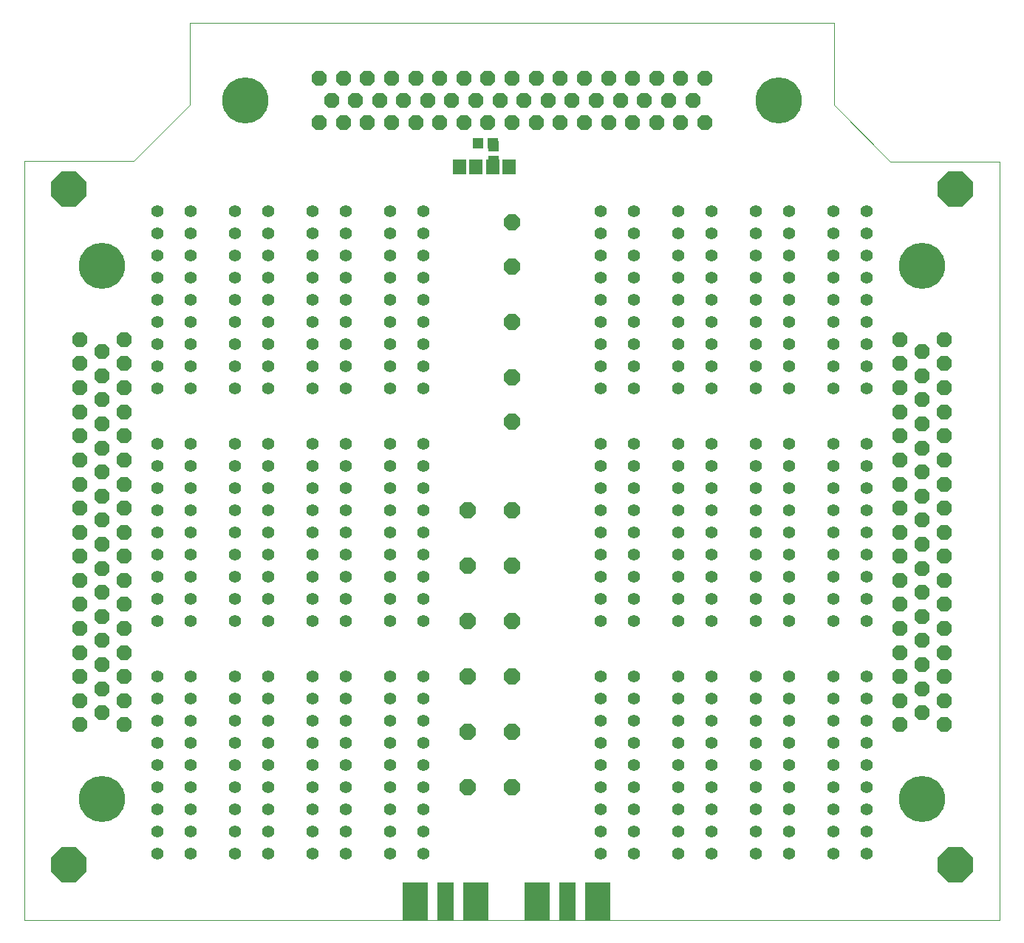
<source format=gbs>
G75*
%MOIN*%
%OFA0B0*%
%FSLAX24Y24*%
%IPPOS*%
%LPD*%
%AMOC8*
5,1,8,0,0,1.08239X$1,22.5*
%
%ADD10C,0.0000*%
%ADD11C,0.0556*%
%ADD12OC8,0.0680*%
%ADD13C,0.2080*%
%ADD14R,0.0780X0.1730*%
%ADD15R,0.1130X0.1730*%
%ADD16OC8,0.0730*%
%ADD17R,0.0592X0.0671*%
%ADD18OC8,0.0710*%
%ADD19R,0.0513X0.0474*%
%ADD20R,0.0474X0.0513*%
%ADD21OC8,0.1582*%
D10*
X004180Y003851D02*
X004180Y038101D01*
X009105Y038101D01*
X011655Y040651D01*
X011655Y044351D01*
X040705Y044351D01*
X040705Y040626D01*
X043255Y038076D01*
X048180Y038076D01*
X048180Y003851D01*
X004180Y003851D01*
X020980Y003851D02*
X025380Y003851D01*
X026480Y003851D02*
X030880Y003851D01*
D11*
X030180Y006851D03*
X030180Y007851D03*
X030180Y008851D03*
X030180Y009851D03*
X030180Y010851D03*
X030180Y011851D03*
X030180Y012851D03*
X030180Y013851D03*
X030180Y014851D03*
X031680Y014851D03*
X031680Y013851D03*
X031680Y012851D03*
X031680Y011851D03*
X031680Y010851D03*
X031680Y009851D03*
X031680Y008851D03*
X031680Y007851D03*
X031680Y006851D03*
X033680Y006851D03*
X033680Y007851D03*
X033680Y008851D03*
X033680Y009851D03*
X033680Y010851D03*
X033680Y011851D03*
X033680Y012851D03*
X033680Y013851D03*
X033680Y014851D03*
X035180Y014851D03*
X035180Y013851D03*
X035180Y012851D03*
X035180Y011851D03*
X035180Y010851D03*
X035180Y009851D03*
X035180Y008851D03*
X035180Y007851D03*
X035180Y006851D03*
X037180Y006851D03*
X037180Y007851D03*
X037180Y008851D03*
X037180Y009851D03*
X037180Y010851D03*
X037180Y011851D03*
X037180Y012851D03*
X037180Y013851D03*
X037180Y014851D03*
X038680Y014851D03*
X038680Y013851D03*
X038680Y012851D03*
X038680Y011851D03*
X038680Y010851D03*
X038680Y009851D03*
X038680Y008851D03*
X038680Y007851D03*
X038680Y006851D03*
X040680Y006851D03*
X040680Y007851D03*
X040680Y008851D03*
X040680Y009851D03*
X040680Y010851D03*
X040680Y011851D03*
X040680Y012851D03*
X040680Y013851D03*
X040680Y014851D03*
X042180Y014851D03*
X042180Y013851D03*
X042180Y012851D03*
X042180Y011851D03*
X042180Y010851D03*
X042180Y009851D03*
X042180Y008851D03*
X042180Y007851D03*
X042180Y006851D03*
X042180Y017351D03*
X042180Y018351D03*
X042180Y019351D03*
X042180Y020351D03*
X042180Y021351D03*
X042180Y022351D03*
X042180Y023351D03*
X042180Y024351D03*
X042180Y025351D03*
X040680Y025351D03*
X040680Y024351D03*
X040680Y023351D03*
X040680Y022351D03*
X040680Y021351D03*
X040680Y020351D03*
X040680Y019351D03*
X040680Y018351D03*
X040680Y017351D03*
X038680Y017351D03*
X038680Y018351D03*
X038680Y019351D03*
X038680Y020351D03*
X038680Y021351D03*
X037180Y021351D03*
X037180Y020351D03*
X037180Y019351D03*
X037180Y018351D03*
X037180Y017351D03*
X035180Y017351D03*
X035180Y018351D03*
X035180Y019351D03*
X035180Y020351D03*
X035180Y021351D03*
X035180Y022351D03*
X035180Y023351D03*
X035180Y024351D03*
X035180Y025351D03*
X033680Y025351D03*
X033680Y024351D03*
X033680Y023351D03*
X033680Y022351D03*
X033680Y021351D03*
X033680Y020351D03*
X033680Y019351D03*
X033680Y018351D03*
X033680Y017351D03*
X031680Y017351D03*
X031680Y018351D03*
X031680Y019351D03*
X031680Y020351D03*
X031680Y021351D03*
X031680Y022351D03*
X031680Y023351D03*
X031680Y024351D03*
X031680Y025351D03*
X030180Y025351D03*
X030180Y024351D03*
X030180Y023351D03*
X030180Y022351D03*
X030180Y021351D03*
X030180Y020351D03*
X030180Y019351D03*
X030180Y018351D03*
X030180Y017351D03*
X037180Y022351D03*
X037180Y023351D03*
X037180Y024351D03*
X037180Y025351D03*
X038680Y025351D03*
X038680Y024351D03*
X038680Y023351D03*
X038680Y022351D03*
X038680Y027851D03*
X038680Y028851D03*
X038680Y029851D03*
X038680Y030851D03*
X038680Y031851D03*
X038680Y032851D03*
X038680Y033851D03*
X038680Y034851D03*
X038680Y035851D03*
X037180Y035851D03*
X037180Y034851D03*
X037180Y033851D03*
X037180Y032851D03*
X037180Y031851D03*
X037180Y030851D03*
X037180Y029851D03*
X037180Y028851D03*
X037180Y027851D03*
X035180Y027851D03*
X035180Y028851D03*
X035180Y029851D03*
X035180Y030851D03*
X035180Y031851D03*
X035180Y032851D03*
X035180Y033851D03*
X035180Y034851D03*
X035180Y035851D03*
X033680Y035851D03*
X033680Y034851D03*
X033680Y033851D03*
X033680Y032851D03*
X033680Y031851D03*
X033680Y030851D03*
X033680Y029851D03*
X033680Y028851D03*
X033680Y027851D03*
X031680Y027851D03*
X031680Y028851D03*
X031680Y029851D03*
X031680Y030851D03*
X031680Y031851D03*
X031680Y032851D03*
X031680Y033851D03*
X031680Y034851D03*
X031680Y035851D03*
X030180Y035851D03*
X030180Y034851D03*
X030180Y033851D03*
X030180Y032851D03*
X030180Y031851D03*
X030180Y030851D03*
X030180Y029851D03*
X030180Y028851D03*
X030180Y027851D03*
X022180Y027851D03*
X022180Y028851D03*
X022180Y029851D03*
X022180Y030851D03*
X022180Y031851D03*
X022180Y032851D03*
X022180Y033851D03*
X022180Y034851D03*
X022180Y035851D03*
X020680Y035851D03*
X020680Y034851D03*
X020680Y033851D03*
X020680Y032851D03*
X020680Y031851D03*
X020680Y030851D03*
X020680Y029851D03*
X020680Y028851D03*
X020680Y027851D03*
X018680Y027851D03*
X018680Y028851D03*
X018680Y029851D03*
X018680Y030851D03*
X018680Y031851D03*
X018680Y032851D03*
X018680Y033851D03*
X018680Y034851D03*
X018680Y035851D03*
X017180Y035851D03*
X017180Y034851D03*
X017180Y033851D03*
X017180Y032851D03*
X017180Y031851D03*
X017180Y030851D03*
X017180Y029851D03*
X017180Y028851D03*
X017180Y027851D03*
X015180Y027851D03*
X015180Y028851D03*
X015180Y029851D03*
X015180Y030851D03*
X015180Y031851D03*
X015180Y032851D03*
X015180Y033851D03*
X015180Y034851D03*
X015180Y035851D03*
X013680Y035851D03*
X013680Y034851D03*
X013680Y033851D03*
X013680Y032851D03*
X013680Y031851D03*
X013680Y030851D03*
X013680Y029851D03*
X013680Y028851D03*
X013680Y027851D03*
X011680Y027851D03*
X011680Y028851D03*
X011680Y029851D03*
X011680Y030851D03*
X011680Y031851D03*
X011680Y032851D03*
X011680Y033851D03*
X011680Y034851D03*
X011680Y035851D03*
X010180Y035851D03*
X010180Y034851D03*
X010180Y033851D03*
X010180Y032851D03*
X010180Y031851D03*
X010180Y030851D03*
X010180Y029851D03*
X010180Y028851D03*
X010180Y027851D03*
X010180Y025351D03*
X010180Y024351D03*
X010180Y023351D03*
X010180Y022351D03*
X010180Y021351D03*
X010180Y020351D03*
X010180Y019351D03*
X010180Y018351D03*
X010180Y017351D03*
X011680Y017351D03*
X011680Y018351D03*
X011680Y019351D03*
X011680Y020351D03*
X011680Y021351D03*
X011680Y022351D03*
X011680Y023351D03*
X011680Y024351D03*
X011680Y025351D03*
X013680Y025351D03*
X013680Y024351D03*
X013680Y023351D03*
X013680Y022351D03*
X015180Y022351D03*
X015180Y023351D03*
X015180Y024351D03*
X015180Y025351D03*
X017180Y025351D03*
X017180Y024351D03*
X017180Y023351D03*
X017180Y022351D03*
X017180Y021351D03*
X017180Y020351D03*
X017180Y019351D03*
X017180Y018351D03*
X017180Y017351D03*
X018680Y017351D03*
X018680Y018351D03*
X018680Y019351D03*
X018680Y020351D03*
X018680Y021351D03*
X018680Y022351D03*
X018680Y023351D03*
X018680Y024351D03*
X018680Y025351D03*
X020680Y025351D03*
X020680Y024351D03*
X020680Y023351D03*
X020680Y022351D03*
X020680Y021351D03*
X020680Y020351D03*
X020680Y019351D03*
X020680Y018351D03*
X020680Y017351D03*
X022180Y017351D03*
X022180Y018351D03*
X022180Y019351D03*
X022180Y020351D03*
X022180Y021351D03*
X022180Y022351D03*
X022180Y023351D03*
X022180Y024351D03*
X022180Y025351D03*
X015180Y021351D03*
X015180Y020351D03*
X015180Y019351D03*
X015180Y018351D03*
X015180Y017351D03*
X013680Y017351D03*
X013680Y018351D03*
X013680Y019351D03*
X013680Y020351D03*
X013680Y021351D03*
X013680Y014851D03*
X013680Y013851D03*
X013680Y012851D03*
X013680Y011851D03*
X013680Y010851D03*
X013680Y009851D03*
X013680Y008851D03*
X013680Y007851D03*
X013680Y006851D03*
X015180Y006851D03*
X015180Y007851D03*
X015180Y008851D03*
X015180Y009851D03*
X015180Y010851D03*
X015180Y011851D03*
X015180Y012851D03*
X015180Y013851D03*
X015180Y014851D03*
X017180Y014851D03*
X017180Y013851D03*
X017180Y012851D03*
X017180Y011851D03*
X017180Y010851D03*
X017180Y009851D03*
X017180Y008851D03*
X017180Y007851D03*
X017180Y006851D03*
X018680Y006851D03*
X018680Y007851D03*
X018680Y008851D03*
X018680Y009851D03*
X018680Y010851D03*
X018680Y011851D03*
X018680Y012851D03*
X018680Y013851D03*
X018680Y014851D03*
X020680Y014851D03*
X020680Y013851D03*
X020680Y012851D03*
X020680Y011851D03*
X020680Y010851D03*
X020680Y009851D03*
X020680Y008851D03*
X020680Y007851D03*
X020680Y006851D03*
X022180Y006851D03*
X022180Y007851D03*
X022180Y008851D03*
X022180Y009851D03*
X022180Y010851D03*
X022180Y011851D03*
X022180Y012851D03*
X022180Y013851D03*
X022180Y014851D03*
X011680Y014851D03*
X011680Y013851D03*
X011680Y012851D03*
X011680Y011851D03*
X011680Y010851D03*
X011680Y009851D03*
X011680Y008851D03*
X011680Y007851D03*
X011680Y006851D03*
X010180Y006851D03*
X010180Y007851D03*
X010180Y008851D03*
X010180Y009851D03*
X010180Y010851D03*
X010180Y011851D03*
X010180Y012851D03*
X010180Y013851D03*
X010180Y014851D03*
X040680Y027851D03*
X040680Y028851D03*
X040680Y029851D03*
X040680Y030851D03*
X040680Y031851D03*
X040680Y032851D03*
X040680Y033851D03*
X040680Y034851D03*
X040680Y035851D03*
X042180Y035851D03*
X042180Y034851D03*
X042180Y033851D03*
X042180Y032851D03*
X042180Y031851D03*
X042180Y030851D03*
X042180Y029851D03*
X042180Y028851D03*
X042180Y027851D03*
D12*
X043680Y027871D03*
X043680Y028961D03*
X043680Y030041D03*
X044680Y029501D03*
X044680Y028411D03*
X044680Y027331D03*
X044680Y026241D03*
X043680Y026781D03*
X043680Y025701D03*
X043680Y024611D03*
X043680Y023521D03*
X043680Y022441D03*
X044680Y022981D03*
X044680Y024061D03*
X044680Y025151D03*
X045680Y024611D03*
X045680Y025701D03*
X045680Y026781D03*
X045680Y027871D03*
X045680Y028961D03*
X045680Y030041D03*
X045680Y023521D03*
X045680Y022441D03*
X044680Y021891D03*
X043680Y021351D03*
X043680Y020261D03*
X043680Y019181D03*
X043680Y018091D03*
X043680Y017001D03*
X044680Y017541D03*
X044680Y018631D03*
X044680Y019721D03*
X044680Y020801D03*
X045680Y020261D03*
X045680Y019181D03*
X045680Y018091D03*
X045680Y017001D03*
X044680Y016461D03*
X044680Y015371D03*
X044680Y014281D03*
X044680Y013201D03*
X043680Y013741D03*
X043680Y012661D03*
X045680Y012661D03*
X045680Y013741D03*
X045680Y014831D03*
X045680Y015921D03*
X043680Y015921D03*
X043680Y014831D03*
X045680Y021351D03*
X034870Y039851D03*
X033790Y039851D03*
X032700Y039851D03*
X031610Y039851D03*
X030530Y039851D03*
X029440Y039851D03*
X028350Y039851D03*
X027270Y039851D03*
X026180Y039851D03*
X026720Y040851D03*
X027810Y040851D03*
X028890Y040851D03*
X029980Y040851D03*
X031070Y040851D03*
X032160Y040851D03*
X033240Y040851D03*
X034330Y040851D03*
X033790Y041851D03*
X034870Y041851D03*
X032700Y041851D03*
X031610Y041851D03*
X030530Y041851D03*
X029440Y041851D03*
X028350Y041851D03*
X027270Y041851D03*
X026180Y041851D03*
X025630Y040851D03*
X024550Y040851D03*
X023460Y040851D03*
X022370Y040851D03*
X021290Y040851D03*
X020200Y040851D03*
X019110Y040851D03*
X018030Y040851D03*
X017490Y041851D03*
X018570Y041851D03*
X019660Y041851D03*
X020750Y041851D03*
X021830Y041851D03*
X022920Y041851D03*
X024010Y041851D03*
X025090Y041851D03*
X025090Y039851D03*
X024010Y039851D03*
X022920Y039851D03*
X021830Y039851D03*
X020750Y039851D03*
X019660Y039851D03*
X018570Y039851D03*
X017490Y039851D03*
X008680Y030041D03*
X008680Y028961D03*
X008680Y027871D03*
X008680Y026781D03*
X007680Y026241D03*
X007680Y027331D03*
X007680Y028411D03*
X007680Y029501D03*
X006680Y030041D03*
X006680Y028961D03*
X006680Y027871D03*
X006680Y026781D03*
X006680Y025701D03*
X006680Y024611D03*
X006680Y023521D03*
X006680Y022441D03*
X007680Y022981D03*
X007680Y024061D03*
X007680Y025151D03*
X008680Y024611D03*
X008680Y025701D03*
X008680Y023521D03*
X008680Y022441D03*
X007680Y021891D03*
X006680Y021351D03*
X006680Y020261D03*
X006680Y019181D03*
X006680Y018091D03*
X006680Y017001D03*
X007680Y017541D03*
X007680Y018631D03*
X007680Y019721D03*
X007680Y020801D03*
X008680Y020261D03*
X008680Y019181D03*
X008680Y018091D03*
X008680Y017001D03*
X007680Y016461D03*
X007680Y015371D03*
X007680Y014281D03*
X007680Y013201D03*
X006680Y013741D03*
X006680Y012661D03*
X008680Y012661D03*
X008680Y013741D03*
X008680Y014831D03*
X008680Y015921D03*
X006680Y015921D03*
X006680Y014831D03*
X008680Y021351D03*
D13*
X007680Y009321D03*
X007680Y033381D03*
X014150Y040851D03*
X038210Y040851D03*
X044680Y033381D03*
X044680Y009321D03*
D14*
X028680Y004683D03*
X023180Y004683D03*
D15*
X024556Y004683D03*
X021804Y004683D03*
X027304Y004683D03*
X030056Y004683D03*
D16*
X026180Y026351D03*
X026180Y028351D03*
X026180Y030851D03*
X026180Y033351D03*
X026180Y035351D03*
D17*
X026054Y037851D03*
X025306Y037851D03*
X024554Y037851D03*
X023806Y037851D03*
D18*
X024180Y022351D03*
X026180Y022351D03*
X026180Y019851D03*
X024180Y019851D03*
X024180Y017351D03*
X026180Y017351D03*
X026180Y014851D03*
X024180Y014851D03*
X024180Y012351D03*
X026180Y012351D03*
X026180Y009851D03*
X024180Y009851D03*
D19*
X025330Y038116D03*
X025330Y038785D03*
D20*
X025315Y038901D03*
X024645Y038901D03*
D21*
X006180Y036851D03*
X006180Y006351D03*
X046180Y006351D03*
X046180Y036851D03*
M02*

</source>
